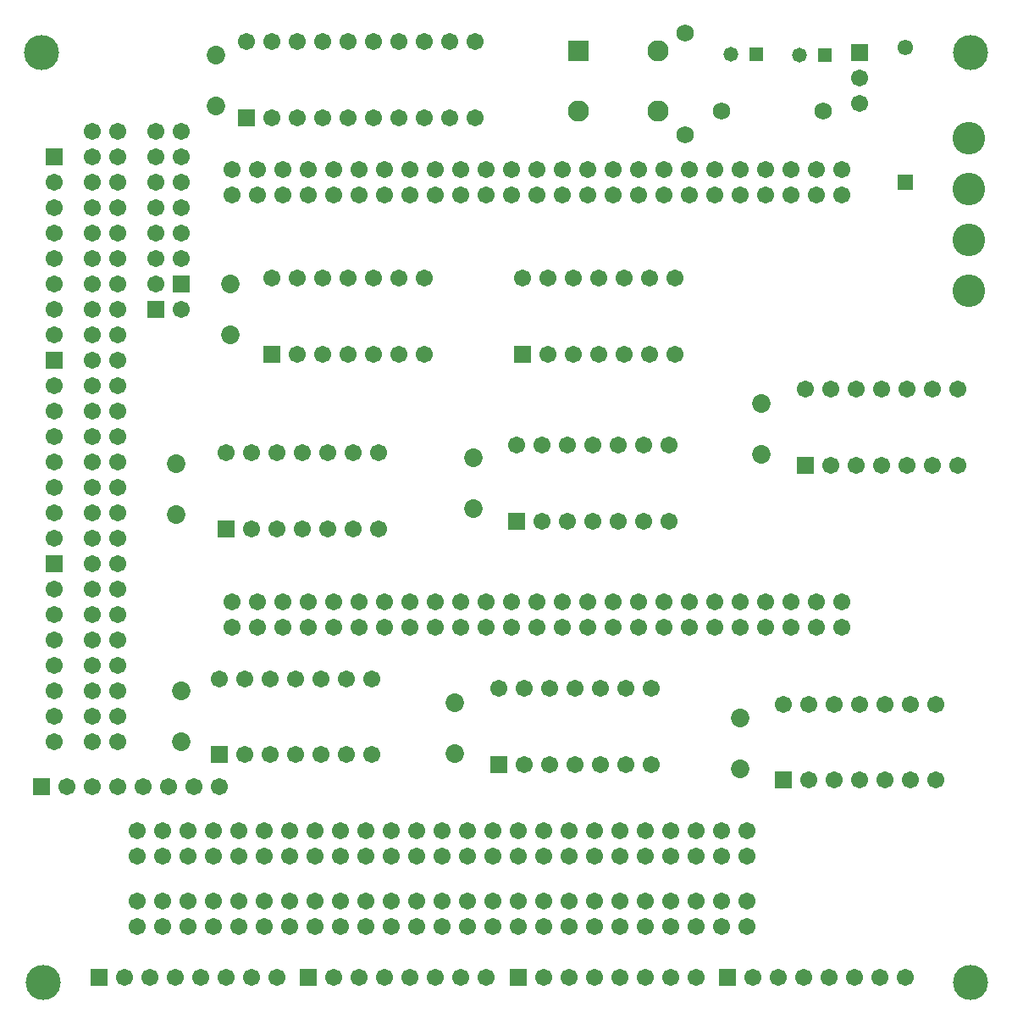
<source format=gts>
G04 DipTrace 2.3.1.0*
%INPERTEC-SCSI.GTS*%
%MOMM*%
%ADD31C,3.505*%
%ADD42C,2.103*%
%ADD44R,2.103X2.103*%
%ADD46C,1.727*%
%ADD48C,1.727*%
%ADD50R,1.473X1.473*%
%ADD52C,1.473*%
%ADD54C,3.251*%
%ADD56C,1.553*%
%ADD58R,1.553X1.553*%
%ADD60C,1.853*%
%ADD62C,1.703*%
%ADD64R,1.703X1.703*%
%ADD66C,1.703*%
%FSLAX53Y53*%
G04*
G71*
G90*
G75*
G01*
%LNTopMask*%
%LPD*%
D66*
X32550Y92240D3*
X35090D3*
X37630D3*
X40170D3*
X42710D3*
X45250D3*
X47790D3*
X50330D3*
X52870D3*
X55410D3*
X57950D3*
X60490D3*
X63030D3*
X65570D3*
X68110D3*
X70650D3*
X73190D3*
X75730D3*
X78270D3*
X80810D3*
X83350D3*
X85890D3*
X88430D3*
X90970D3*
X93510D3*
Y94780D3*
X90970D3*
X88430D3*
X85890D3*
X83350D3*
X80810D3*
X78270D3*
X75730D3*
X73190D3*
X70650D3*
X68110D3*
X65570D3*
X63030D3*
X60490D3*
X57950D3*
X55410D3*
X52870D3*
X50330D3*
X47790D3*
X45250D3*
X42710D3*
X40170D3*
X37630D3*
X35090D3*
X32550D3*
Y49060D3*
X35090D3*
X37630D3*
X40170D3*
X42710D3*
X45250D3*
X47790D3*
X50330D3*
X52870D3*
X55410D3*
X57950D3*
X60490D3*
X63030D3*
X65570D3*
X68110D3*
X70650D3*
X73190D3*
X75730D3*
X78270D3*
X80810D3*
X83350D3*
X85890D3*
X88430D3*
X90970D3*
X93510D3*
Y51600D3*
X90970D3*
X88430D3*
X85890D3*
X83350D3*
X80810D3*
X78270D3*
X75730D3*
X73190D3*
X70650D3*
X68110D3*
X65570D3*
X63030D3*
X60490D3*
X57950D3*
X55410D3*
X52870D3*
X50330D3*
X47790D3*
X45250D3*
X42710D3*
X40170D3*
X37630D3*
X35090D3*
X32550D3*
X23025Y19215D3*
X25565D3*
X28105D3*
X30645D3*
X33185D3*
X35725D3*
X38265D3*
X40805D3*
X43345D3*
X45885D3*
X48425D3*
X50965D3*
X53505D3*
X56045D3*
X58585D3*
X61125D3*
X63665D3*
X66205D3*
X68745D3*
X71285D3*
X73825D3*
X76365D3*
X78905D3*
X81445D3*
X83985D3*
Y21755D3*
X81445D3*
X78905D3*
X76365D3*
X73825D3*
X71285D3*
X68745D3*
X66205D3*
X63665D3*
X61125D3*
X58585D3*
X56045D3*
X53505D3*
X50965D3*
X48425D3*
X45885D3*
X43345D3*
X40805D3*
X38265D3*
X35725D3*
X33185D3*
X30645D3*
X28105D3*
X25565D3*
X23025D3*
Y26200D3*
X25565D3*
X28105D3*
X30645D3*
X33185D3*
X35725D3*
X38265D3*
X40805D3*
X43345D3*
X45885D3*
X48425D3*
X50965D3*
X53505D3*
X56045D3*
X58585D3*
X61125D3*
X63665D3*
X66205D3*
X68745D3*
X71285D3*
X73825D3*
X76365D3*
X78905D3*
X81445D3*
X83985D3*
Y28740D3*
X81445D3*
X78905D3*
X76365D3*
X73825D3*
X71285D3*
X68745D3*
X66205D3*
X63665D3*
X61125D3*
X58585D3*
X56045D3*
X53505D3*
X50965D3*
X48425D3*
X45885D3*
X43345D3*
X40805D3*
X38265D3*
X35725D3*
X33185D3*
X30645D3*
X28105D3*
X25565D3*
X23025D3*
X18580Y98590D3*
Y96050D3*
Y93510D3*
Y90970D3*
Y88430D3*
Y85890D3*
Y83350D3*
Y80810D3*
Y78270D3*
Y75730D3*
Y73190D3*
Y70650D3*
Y68110D3*
Y65570D3*
Y63030D3*
Y60490D3*
Y57950D3*
Y55410D3*
Y52870D3*
Y50330D3*
Y47790D3*
Y45250D3*
Y42710D3*
Y40170D3*
Y37630D3*
X21120D3*
Y40170D3*
Y42710D3*
Y45250D3*
Y47790D3*
Y50330D3*
Y52870D3*
Y55410D3*
Y57950D3*
Y60490D3*
Y63030D3*
Y65570D3*
Y68110D3*
Y70650D3*
Y73190D3*
Y75730D3*
Y78270D3*
Y80810D3*
Y83350D3*
Y85890D3*
Y88430D3*
Y90970D3*
Y93510D3*
Y96050D3*
Y98590D3*
D64*
X31912Y58899D3*
D62*
X34452D3*
X36992D3*
X39532D3*
X42072D3*
X44612D3*
X47152D3*
Y66499D3*
X44612D3*
X42072D3*
X39532D3*
X36992D3*
X34452D3*
X31912D3*
D64*
X60966Y59693D3*
D62*
X63506D3*
X66046D3*
X68586D3*
X71126D3*
X73666D3*
X76206D3*
Y67293D3*
X73666D3*
X71126D3*
X68586D3*
X66046D3*
X63506D3*
X60966D3*
D64*
X36516Y76363D3*
D62*
X39056D3*
X41596D3*
X44136D3*
X46676D3*
X49216D3*
X51756D3*
Y83963D3*
X49216D3*
X46676D3*
X44136D3*
X41596D3*
X39056D3*
X36516D3*
D64*
X59220Y35401D3*
D62*
X61760D3*
X64300D3*
X66840D3*
X69380D3*
X71920D3*
X74460D3*
Y43001D3*
X71920D3*
X69380D3*
X66840D3*
X64300D3*
X61760D3*
X59220D3*
D64*
X31280Y36360D3*
D62*
X33820D3*
X36360D3*
X38900D3*
X41440D3*
X43980D3*
X46520D3*
Y43960D3*
X43980D3*
X41440D3*
X38900D3*
X36360D3*
X33820D3*
X31280D3*
D64*
X89862Y65249D3*
D62*
X92402D3*
X94942D3*
X97482D3*
X100022D3*
X102562D3*
X105102D3*
Y72849D3*
X102562D3*
X100022D3*
X97482D3*
X94942D3*
X92402D3*
X89862D3*
D64*
X87639Y33814D3*
D62*
X90179D3*
X92719D3*
X95259D3*
X97799D3*
X100339D3*
X102879D3*
Y41414D3*
X100339D3*
X97799D3*
X95259D3*
X92719D3*
X90179D3*
X87639D3*
D64*
X33976Y100019D3*
D62*
X36516D3*
X39056D3*
X41596D3*
X44136D3*
X46676D3*
X49216D3*
X51756D3*
X54296D3*
X56836D3*
X33976Y107619D3*
X36516D3*
X39056D3*
X41596D3*
X44136D3*
X46676D3*
X49216D3*
X51756D3*
X54296D3*
X56836D3*
D60*
X27470Y37630D3*
Y42710D3*
D31*
X13500Y106528D3*
X106369D3*
Y13659D3*
X13659D3*
D60*
X54774Y36513D3*
Y41593D3*
X83352Y34925D3*
Y40005D3*
X85416Y71441D3*
Y66361D3*
X30959Y106211D3*
Y101131D3*
X32388Y83349D3*
Y78269D3*
X56679Y60963D3*
Y66043D3*
X26990Y60328D3*
Y65408D3*
D64*
X27470Y83350D3*
D62*
X24930D3*
X27470Y85890D3*
X24930D3*
X27470Y88430D3*
X24930D3*
X27470Y90970D3*
X24930D3*
X27470Y93510D3*
X24930D3*
X27470Y96050D3*
X24930D3*
X27470Y98590D3*
X24930D3*
D58*
X99860Y93510D3*
D56*
Y107010D3*
D64*
X19215Y14135D3*
D62*
X21755D3*
X24295D3*
X26835D3*
X29375D3*
X31915D3*
X34455D3*
X36995D3*
D64*
X40170D3*
D62*
X42710D3*
X45250D3*
X47790D3*
X50330D3*
X52870D3*
X55410D3*
X57950D3*
D64*
X61125D3*
D62*
X63665D3*
X66205D3*
X68745D3*
X71285D3*
X73825D3*
X76365D3*
X78905D3*
D64*
X82080D3*
D62*
X84620D3*
X87160D3*
X89700D3*
X92240D3*
X94780D3*
X97320D3*
X99860D3*
D64*
X13500Y33185D3*
D62*
X16040D3*
X18580D3*
X21120D3*
X23660D3*
X26200D3*
X28740D3*
X31280D3*
D64*
X14770Y96050D3*
D62*
Y93510D3*
Y90970D3*
Y88430D3*
Y85890D3*
Y83350D3*
Y80810D3*
Y78270D3*
D64*
Y75730D3*
D62*
Y73190D3*
Y70650D3*
Y68110D3*
Y65570D3*
Y63030D3*
Y60490D3*
Y57950D3*
D64*
Y55410D3*
D62*
Y52870D3*
Y50330D3*
Y47790D3*
Y45250D3*
Y42710D3*
Y40170D3*
Y37630D3*
D54*
X106210Y82715D3*
Y87795D3*
Y92875D3*
Y97955D3*
D64*
X24930Y80810D3*
D62*
X27470D3*
D64*
X61601Y76363D3*
D62*
X64141D3*
X66681D3*
X69221D3*
X71761D3*
X74301D3*
X76841D3*
Y83963D3*
X74301D3*
X71761D3*
X69221D3*
X66681D3*
X64141D3*
X61601D3*
D64*
X95260Y106529D3*
D62*
Y103989D3*
Y101449D3*
D52*
X82400Y106370D3*
D50*
X84940D3*
D48*
X77795Y98273D3*
D46*
Y108433D3*
D52*
X89227Y106211D3*
D50*
X91767D3*
D48*
X91608Y100654D3*
D46*
X81448D3*
D44*
X67158Y106687D3*
D42*
Y100687D3*
X75158D3*
Y106687D3*
M02*

</source>
